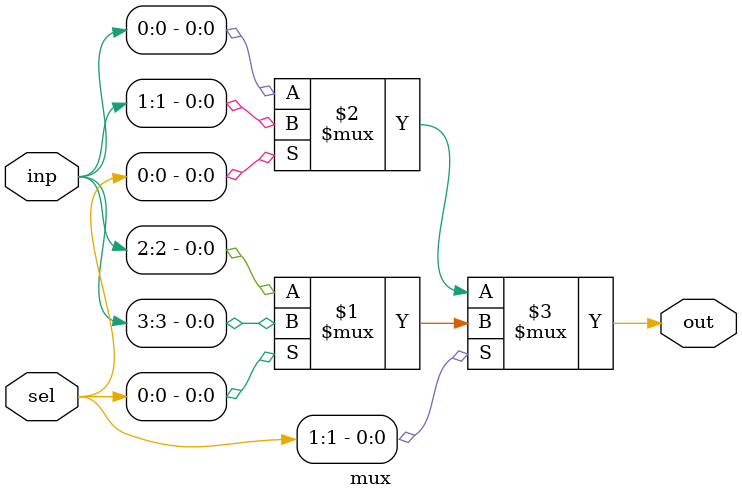
<source format=v>
module mux(
  input [3:0] inp,
  input [1:0] sel,
  output out);

  assign out = sel[1]?(sel[0]?inp[3]:inp[2]):(sel[0]?inp[1]:inp[0]);


endmodule

</source>
